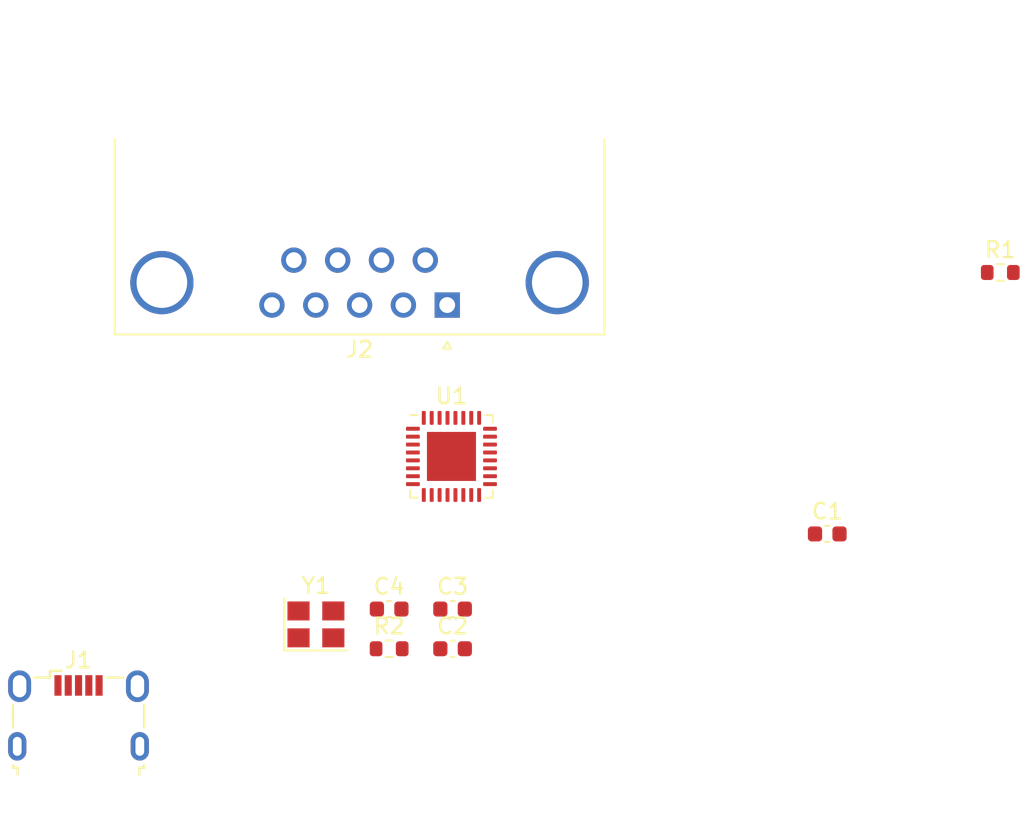
<source format=kicad_pcb>
(kicad_pcb (version 20210424) (generator pcbnew)
  (layers (0 "F.Cu" signal) (31 "B.Cu" signal) (34 "B.Paste" user) (35 "F.Paste" user) (36 "B.SilkS" user "B.Silkscreen") (37 "F.SilkS" user "F.Silkscreen") (38 "B.Mask" user) (39 "F.Mask" user) (44 "Edge.Cuts" user))
  (net 0 "")
  (net 1 "GND")
  (net 2 "Net-(C1-Pad2)")
  (net 3 "Net-(C2-Pad2)")
  (net 4 "Net-(C3-Pad2)")
  (net 5 "VCC")
  (net 6 "Net-(J1-Pad2)")
  (net 7 "Net-(J1-Pad3)")
  (net 10 "/MOUSE_TX")
  (net 15 "/~RESET")
  (footprint "Capacitor_SMD:C_0603_1608Metric" (layer "F.Cu") (at 86.6 106.35)
    (fp_text reference "C4" (at 0 -1.43) (layer "F.SilkS"))
    (fp_text value "0.1uF")
    (fp_line (start -0.14058 -0.51) (end 0.14058 -0.51) (layer "F.SilkS") (width 0.12))
    (fp_line (start -0.14058 0.51) (end 0.14058 0.51) (layer "F.SilkS") (width 0.12))
    (pad "1" smd roundrect locked (at -0.775 0) (size 0.9 0.95) (layers "F.Cu" "F.Paste" "F.Mask") (net 5 "VCC"))
    (pad "2" smd roundrect locked (at 0.775 0) (size 0.9 0.95) (layers "F.Cu" "F.Paste" "F.Mask") (net 1 "GND"))
  )
  (footprint "Package_DFN_QFN:QFN-32-1EP_5x5mm_P0.5mm_EP3.1x3.1mm" (layer "F.Cu") (at 90.54 96.7)
    (fp_text reference "U1" (at 0 -3.82) (layer "F.SilkS"))
    (fp_text value "ATmega32U2-M")
    (fp_line (start -2.61 2.61) (end -2.61 2.135) (layer "F.SilkS") (width 0.12))
    (fp_line (start 2.61 -2.61) (end 2.61 -2.135) (layer "F.SilkS") (width 0.12))
    (fp_line (start 2.61 2.61) (end 2.61 2.135) (layer "F.SilkS") (width 0.12))
    (fp_line (start -2.135 -2.61) (end -2.61 -2.61) (layer "F.SilkS") (width 0.12))
    (fp_line (start -2.135 2.61) (end -2.61 2.61) (layer "F.SilkS") (width 0.12))
    (fp_line (start 2.135 2.61) (end 2.61 2.61) (layer "F.SilkS") (width 0.12))
    (fp_line (start 2.135 -2.61) (end 2.61 -2.61) (layer "F.SilkS") (width 0.12))
    (pad "1" smd roundrect locked (at -2.4375 -1.75) (size 0.875 0.25) (layers "F.Cu" "F.Paste" "F.Mask") (net 2 "Net-(C1-Pad2)"))
    (pad "2" smd roundrect locked (at -2.4375 -1.25) (size 0.875 0.25) (layers "F.Cu" "F.Paste" "F.Mask") (net 3 "Net-(C2-Pad2)"))
    (pad "3" smd roundrect locked (at -2.4375 -0.75) (size 0.875 0.25) (layers "F.Cu" "F.Paste" "F.Mask") (net 1 "GND"))
    (pad "4" smd roundrect locked (at -2.4375 -0.25) (size 0.875 0.25) (layers "F.Cu" "F.Paste" "F.Mask") (net 5 "VCC"))
    (pad "5" smd roundrect locked (at -2.4375 0.25) (size 0.875 0.25) (layers "F.Cu" "F.Paste" "F.Mask"))
    (pad "6" smd roundrect locked (at -2.4375 0.75) (size 0.875 0.25) (layers "F.Cu" "F.Paste" "F.Mask"))
    (pad "7" smd roundrect locked (at -2.4375 1.25) (size 0.875 0.25) (layers "F.Cu" "F.Paste" "F.Mask"))
    (pad "8" smd roundrect locked (at -2.4375 1.75) (size 0.875 0.25) (layers "F.Cu" "F.Paste" "F.Mask") (net 10 "/MOUSE_TX"))
    (pad "9" smd roundrect locked (at -1.75 2.4375) (size 0.25 0.875) (layers "F.Cu" "F.Paste" "F.Mask"))
    (pad "10" smd roundrect locked (at -1.25 2.4375) (size 0.25 0.875) (layers "F.Cu" "F.Paste" "F.Mask"))
    (pad "11" smd roundrect locked (at -0.75 2.4375) (size 0.25 0.875) (layers "F.Cu" "F.Paste" "F.Mask"))
    (pad "12" smd roundrect locked (at -0.25 2.4375) (size 0.25 0.875) (layers "F.Cu" "F.Paste" "F.Mask"))
    (pad "13" smd roundrect locked (at 0.25 2.4375) (size 0.25 0.875) (layers "F.Cu" "F.Paste" "F.Mask"))
    (pad "14" smd roundrect locked (at 0.75 2.4375) (size 0.25 0.875) (layers "F.Cu" "F.Paste" "F.Mask"))
    (pad "15" smd roundrect locked (at 1.25 2.4375) (size 0.25 0.875) (layers "F.Cu" "F.Paste" "F.Mask"))
    (pad "16" smd roundrect locked (at 1.75 2.4375) (size 0.25 0.875) (layers "F.Cu" "F.Paste" "F.Mask"))
    (pad "17" smd roundrect locked (at 2.4375 1.75) (size 0.875 0.25) (layers "F.Cu" "F.Paste" "F.Mask"))
    (pad "18" smd roundrect locked (at 2.4375 1.25) (size 0.875 0.25) (layers "F.Cu" "F.Paste" "F.Mask"))
    (pad "19" smd roundrect locked (at 2.4375 0.75) (size 0.875 0.25) (layers "F.Cu" "F.Paste" "F.Mask"))
    (pad "20" smd roundrect locked (at 2.4375 0.25) (size 0.875 0.25) (layers "F.Cu" "F.Paste" "F.Mask"))
    (pad "21" smd roundrect locked (at 2.4375 -0.25) (size 0.875 0.25) (layers "F.Cu" "F.Paste" "F.Mask"))
    (pad "22" smd roundrect locked (at 2.4375 -0.75) (size 0.875 0.25) (layers "F.Cu" "F.Paste" "F.Mask"))
    (pad "23" smd roundrect locked (at 2.4375 -1.25) (size 0.875 0.25) (layers "F.Cu" "F.Paste" "F.Mask"))
    (pad "24" smd roundrect locked (at 2.4375 -1.75) (size 0.875 0.25) (layers "F.Cu" "F.Paste" "F.Mask") (net 15 "/~RESET"))
    (pad "25" smd roundrect locked (at 1.75 -2.4375) (size 0.25 0.875) (layers "F.Cu" "F.Paste" "F.Mask"))
    (pad "26" smd roundrect locked (at 1.25 -2.4375) (size 0.25 0.875) (layers "F.Cu" "F.Paste" "F.Mask"))
    (pad "27" smd roundrect locked (at 0.75 -2.4375) (size 0.25 0.875) (layers "F.Cu" "F.Paste" "F.Mask") (net 4 "Net-(C3-Pad2)"))
    (pad "28" smd roundrect locked (at 0.25 -2.4375) (size 0.25 0.875) (layers "F.Cu" "F.Paste" "F.Mask") (net 1 "GND"))
    (pad "29" smd roundrect locked (at -0.25 -2.4375) (size 0.25 0.875) (layers "F.Cu" "F.Paste" "F.Mask") (net 7 "Net-(J1-Pad3)"))
    (pad "30" smd roundrect locked (at -0.75 -2.4375) (size 0.25 0.875) (layers "F.Cu" "F.Paste" "F.Mask") (net 6 "Net-(J1-Pad2)"))
    (pad "31" smd roundrect locked (at -1.25 -2.4375) (size 0.25 0.875) (layers "F.Cu" "F.Paste" "F.Mask") (net 5 "VCC"))
    (pad "32" smd roundrect locked (at -1.75 -2.4375) (size 0.25 0.875) (layers "F.Cu" "F.Paste" "F.Mask") (net 5 "VCC"))
    (pad "33" smd rect locked (at 0 0) (size 3.1 3.1) (layers "F.Cu" "F.Mask") (net 1 "GND"))
  )
  (footprint "Capacitor_SMD:C_0603_1608Metric" (layer "F.Cu") (at 90.61 108.86)
    (fp_text reference "C2" (at 0 -1.43) (layer "F.SilkS"))
    (fp_text value "22pF")
    (fp_line (start -0.14058 -0.51) (end 0.14058 -0.51) (layer "F.SilkS") (width 0.12))
    (fp_line (start -0.14058 0.51) (end 0.14058 0.51) (layer "F.SilkS") (width 0.12))
    (pad "1" smd roundrect locked (at -0.775 0) (size 0.9 0.95) (layers "F.Cu" "F.Paste" "F.Mask") (net 1 "GND"))
    (pad "2" smd roundrect locked (at 0.775 0) (size 0.9 0.95) (layers "F.Cu" "F.Paste" "F.Mask") (net 3 "Net-(C2-Pad2)"))
  )
  (footprint "Connector_Dsub:DSUB-9_Male_Horizontal_P2.77x2.84mm_EdgePinOffset7.70mm_Housed_MountingHolesOffset9.12mm" (layer "F.Cu") (at 90.27 87.129338 180)
    (fp_text reference "J2" (at 5.54 -2.8) (layer "F.SilkS"))
    (fp_text value "DB9_Male_MountingHoles")
    (fp_line (start 21.025 -1.86) (end 21.025 10.48) (layer "F.SilkS") (width 0.12))
    (fp_line (start -0.25 -2.754338) (end 0.25 -2.754338) (layer "F.SilkS") (width 0.12))
    (fp_line (start 0.25 -2.754338) (end 0 -2.321325) (layer "F.SilkS") (width 0.12))
    (fp_line (start -9.945 10.48) (end -9.945 -1.86) (layer "F.SilkS") (width 0.12))
    (fp_line (start 0 -2.321325) (end -0.25 -2.754338) (layer "F.SilkS") (width 0.12))
    (fp_line (start -9.945 -1.86) (end 21.025 -1.86) (layer "F.SilkS") (width 0.12))
    (pad "0" thru_hole circle locked (at 18.04 1.42 180) (size 4 4) (drill 3.2) (layers *.Cu *.Mask) (net 1 "GND"))
    (pad "0" thru_hole circle locked (at -6.96 1.42 180) (size 4 4) (drill 3.2) (layers *.Cu *.Mask) (net 1 "GND"))
    (pad "1" thru_hole rect locked (at 0 0 180) (size 1.6 1.6) (drill 1) (layers *.Cu *.Mask))
    (pad "2" thru_hole circle locked (at 2.77 0 180) (size 1.6 1.6) (drill 1) (layers *.Cu *.Mask))
    (pad "3" thru_hole circle locked (at 5.54 0 180) (size 1.6 1.6) (drill 1) (layers *.Cu *.Mask) (net 10 "/MOUSE_TX"))
    (pad "4" thru_hole circle locked (at 8.31 0 180) (size 1.6 1.6) (drill 1) (layers *.Cu *.Mask))
    (pad "5" thru_hole circle locked (at 11.08 0 180) (size 1.6 1.6) (drill 1) (layers *.Cu *.Mask) (net 1 "GND"))
    (pad "6" thru_hole circle locked (at 1.385 2.84 180) (size 1.6 1.6) (drill 1) (layers *.Cu *.Mask))
    (pad "7" thru_hole circle locked (at 4.155 2.84 180) (size 1.6 1.6) (drill 1) (layers *.Cu *.Mask) (net 5 "VCC"))
    (pad "8" thru_hole circle locked (at 6.925 2.84 180) (size 1.6 1.6) (drill 1) (layers *.Cu *.Mask))
    (pad "9" thru_hole circle locked (at 9.695 2.84 180) (size 1.6 1.6) (drill 1) (layers *.Cu *.Mask))
  )
  (footprint "Resistor_SMD:R_0603_1608Metric" (layer "F.Cu") (at 125.24 85.07)
    (fp_text reference "R1" (at 0 -1.43) (layer "F.SilkS"))
    (fp_text value "10k")
    (fp_line (start -0.237258 -0.5225) (end 0.237258 -0.5225) (layer "F.SilkS") (width 0.12))
    (fp_line (start -0.237258 0.5225) (end 0.237258 0.5225) (layer "F.SilkS") (width 0.12))
    (pad "1" smd roundrect locked (at -0.825 0) (size 0.8 0.95) (layers "F.Cu" "F.Paste" "F.Mask") (net 15 "/~RESET"))
    (pad "2" smd roundrect locked (at 0.825 0) (size 0.8 0.95) (layers "F.Cu" "F.Paste" "F.Mask") (net 5 "VCC"))
  )
  (footprint "Capacitor_SMD:C_0603_1608Metric" (layer "F.Cu") (at 114.3 101.6)
    (fp_text reference "C1" (at 0 -1.43) (layer "F.SilkS"))
    (fp_text value "22pF")
    (fp_line (start -0.14058 0.51) (end 0.14058 0.51) (layer "F.SilkS") (width 0.12))
    (fp_line (start -0.14058 -0.51) (end 0.14058 -0.51) (layer "F.SilkS") (width 0.12))
    (pad "1" smd roundrect locked (at -0.775 0) (size 0.9 0.95) (layers "F.Cu" "F.Paste" "F.Mask") (net 1 "GND"))
    (pad "2" smd roundrect locked (at 0.775 0) (size 0.9 0.95) (layers "F.Cu" "F.Paste" "F.Mask") (net 2 "Net-(C1-Pad2)"))
  )
  (footprint "Connector_USB:USB_Micro-B_Wuerth_629105150521" (layer "F.Cu") (at 66.96 113.08)
    (fp_text reference "J1" (at 0 -3.5) (layer "F.SilkS"))
    (fp_text value "USB_B")
    (fp_line (start -1.8 -2.825) (end -1.8 -2.4) (layer "F.SilkS") (width 0.15))
    (fp_line (start -1.075 -2.825) (end -1.8 -2.825) (layer "F.SilkS") (width 0.15))
    (fp_line (start -4.15 3.15) (end -4.15 3.3) (layer "F.SilkS") (width 0.15))
    (fp_line (start 3.85 3.3) (end 4.15 3.3) (layer "F.SilkS") (width 0.15))
    (fp_line (start -4.15 -0.65) (end -4.15 0.75) (layer "F.SilkS") (width 0.15))
    (fp_line (start 4.15 3.3) (end 4.15 3.15) (layer "F.SilkS") (width 0.15))
    (fp_line (start 1.8 -2.4) (end 2.8 -2.4) (layer "F.SilkS") (width 0.15))
    (fp_line (start -4.15 3.3) (end -3.85 3.3) (layer "F.SilkS") (width 0.15))
    (fp_line (start -1.8 -2.4) (end -2.8 -2.4) (layer "F.SilkS") (width 0.15))
    (fp_line (start -3.85 3.3) (end -3.85 3.75) (layer "F.SilkS") (width 0.15))
    (fp_line (start 3.85 3.75) (end 3.85 3.3) (layer "F.SilkS") (width 0.15))
    (fp_line (start 4.15 0.75) (end 4.15 -0.65) (layer "F.SilkS") (width 0.15))
    (pad "" np_thru_hole oval (at -2.5 -0.8) (size 0.8 0.8) (drill 0.8) (layers *.Cu *.Mask))
    (pad "" np_thru_hole oval (at 2.5 -0.8) (size 0.8 0.8) (drill 0.8) (layers *.Cu *.Mask))
    (pad "1" smd rect (at -1.3 -1.9) (size 0.45 1.3) (layers "F.Cu" "F.Paste" "F.Mask") (net 5 "VCC"))
    (pad "2" smd rect (at -0.65 -1.9) (size 0.45 1.3) (layers "F.Cu" "F.Paste" "F.Mask") (net 6 "Net-(J1-Pad2)"))
    (pad "3" smd rect (at 0 -1.9) (size 0.45 1.3) (layers "F.Cu" "F.Paste" "F.Mask") (net 7 "Net-(J1-Pad3)"))
    (pad "4" smd rect (at 0.65 -1.9) (size 0.45 1.3) (layers "F.Cu" "F.Paste" "F.Mask") (net 1 "GND"))
    (pad "5" smd rect (at 1.3 -1.9) (size 0.45 1.3) (layers "F.Cu" "F.Paste" "F.Mask") (net 1 "GND"))
    (pad "6" thru_hole oval (at 3.725 -1.85) (size 1.45 2) (drill oval 0.85 1.4) (layers *.Cu *.Mask))
    (pad "6" thru_hole oval (at -3.725 -1.85) (size 1.45 2) (drill oval 0.85 1.4) (layers *.Cu *.Mask))
    (pad "6" thru_hole oval (at -3.875 1.95) (size 1.15 1.8) (drill oval 0.55 1.2) (layers *.Cu *.Mask))
    (pad "6" thru_hole oval (at 3.875 1.95) (size 1.15 1.8) (drill oval 0.55 1.2) (layers *.Cu *.Mask))
  )
  (footprint "Resistor_SMD:R_0603_1608Metric" (layer "F.Cu") (at 86.6 108.86)
    (fp_text reference "R2" (at 0 -1.43) (layer "F.SilkS"))
    (fp_text value "10k")
    (fp_line (start -0.237258 0.5225) (end 0.237258 0.5225) (layer "F.SilkS") (width 0.12))
    (fp_line (start -0.237258 -0.5225) (end 0.237258 -0.5225) (layer "F.SilkS") (width 0.12))
    (pad "1" smd roundrect locked (at -0.825 0) (size 0.8 0.95) (layers "F.Cu" "F.Paste" "F.Mask") (net 10 "/MOUSE_TX"))
    (pad "2" smd roundrect locked (at 0.825 0) (size 0.8 0.95) (layers "F.Cu" "F.Paste" "F.Mask") (net 5 "VCC"))
  )
  (footprint "Crystal:Crystal_SMD_3225-4Pin_3.2x2.5mm" (layer "F.Cu") (at 81.97 107.32)
    (fp_text reference "Y1" (at 0 -2.45) (layer "F.SilkS"))
    (fp_text value "16MHz")
    (fp_line (start -2 1.65) (end 2 1.65) (layer "F.SilkS") (width 0.12))
    (fp_line (start -2 -1.65) (end -2 1.65) (layer "F.SilkS") (width 0.12))
    (pad "1" smd rect locked (at -1.1 0.85) (size 1.4 1.2) (layers "F.Cu" "F.Paste" "F.Mask") (net 3 "Net-(C2-Pad2)"))
    (pad "2" smd rect locked (at 1.1 0.85) (size 1.4 1.2) (layers "F.Cu" "F.Paste" "F.Mask") (net 1 "GND"))
    (pad "3" smd rect locked (at 1.1 -0.85) (size 1.4 1.2) (layers "F.Cu" "F.Paste" "F.Mask") (net 1 "GND"))
    (pad "4" smd rect locked (at -1.1 -0.85) (size 1.4 1.2) (layers "F.Cu" "F.Paste" "F.Mask") (net 2 "Net-(C1-Pad2)"))
  )
  (footprint "Capacitor_SMD:C_0603_1608Metric" (layer "F.Cu") (at 90.61 106.35)
    (fp_text reference "C3" (at 0 -1.43) (layer "F.SilkS"))
    (fp_text value "1uF")
    (fp_line (start -0.14058 -0.51) (end 0.14058 -0.51) (layer "F.SilkS") (width 0.12))
    (fp_line (start -0.14058 0.51) (end 0.14058 0.51) (layer "F.SilkS") (width 0.12))
    (pad "1" smd roundrect locked (at -0.775 0) (size 0.9 0.95) (layers "F.Cu" "F.Paste" "F.Mask") (net 1 "GND"))
    (pad "2" smd roundrect locked (at 0.775 0) (size 0.9 0.95) (layers "F.Cu" "F.Paste" "F.Mask") (net 4 "Net-(C3-Pad2)"))
  )
)
</source>
